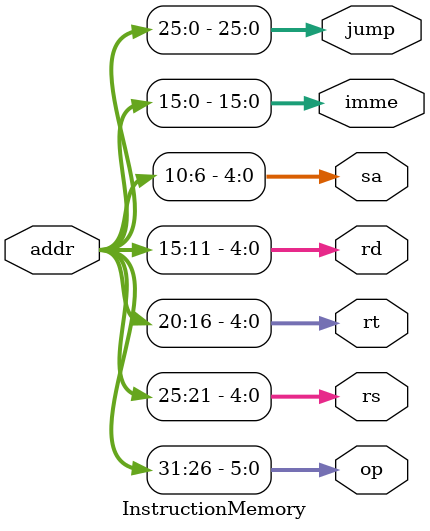
<source format=v>
`timescale 1ns / 1ps


module InstructionMemory(
  input [31:0] addr,
  output [5:0] op,
  output [4:0] rs,
  output [4:0] rt,
  output [4:0] rd,
  output [4:0] sa,
  output [15:0] imme,
  output [25:0] jump
  );

  assign op = addr[31:26];
  assign rs = addr[25:21];
  assign rt = addr[20:16];
  assign rd = addr[15:11];
  assign sa = addr[10: 6];
  assign imme = addr[15:0];
  assign jump = addr[25:0];


endmodule

</source>
